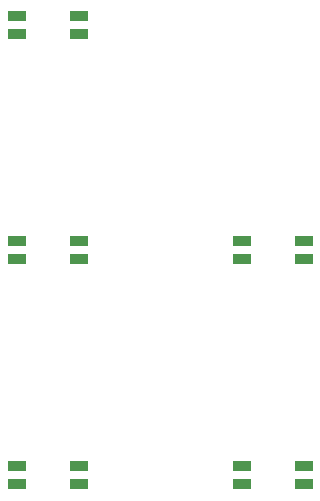
<source format=gbr>
%TF.GenerationSoftware,KiCad,Pcbnew,9.0.7*%
%TF.CreationDate,2026-01-29T22:10:29-06:00*%
%TF.ProjectId,macropad,6d616372-6f70-4616-942e-6b696361645f,rev?*%
%TF.SameCoordinates,Original*%
%TF.FileFunction,Paste,Bot*%
%TF.FilePolarity,Positive*%
%FSLAX46Y46*%
G04 Gerber Fmt 4.6, Leading zero omitted, Abs format (unit mm)*
G04 Created by KiCad (PCBNEW 9.0.7) date 2026-01-29 22:10:29*
%MOMM*%
%LPD*%
G01*
G04 APERTURE LIST*
G04 Aperture macros list*
%AMRoundRect*
0 Rectangle with rounded corners*
0 $1 Rounding radius*
0 $2 $3 $4 $5 $6 $7 $8 $9 X,Y pos of 4 corners*
0 Add a 4 corners polygon primitive as box body*
4,1,4,$2,$3,$4,$5,$6,$7,$8,$9,$2,$3,0*
0 Add four circle primitives for the rounded corners*
1,1,$1+$1,$2,$3*
1,1,$1+$1,$4,$5*
1,1,$1+$1,$6,$7*
1,1,$1+$1,$8,$9*
0 Add four rect primitives between the rounded corners*
20,1,$1+$1,$2,$3,$4,$5,0*
20,1,$1+$1,$4,$5,$6,$7,0*
20,1,$1+$1,$6,$7,$8,$9,0*
20,1,$1+$1,$8,$9,$2,$3,0*%
G04 Aperture macros list end*
%ADD10RoundRect,0.082000X-0.718000X0.328000X-0.718000X-0.328000X0.718000X-0.328000X0.718000X0.328000X0*%
G04 APERTURE END LIST*
D10*
%TO.C,D4*%
X135512501Y-146289358D03*
X135512501Y-147789358D03*
X140712501Y-147789358D03*
X140712501Y-146289358D03*
%TD*%
%TO.C,D5*%
X154562501Y-146289358D03*
X154562501Y-147789358D03*
X159762501Y-147789358D03*
X159762501Y-146289358D03*
%TD*%
%TO.C,D2*%
X135512501Y-127239358D03*
X135512501Y-128739358D03*
X140712501Y-128739358D03*
X140712501Y-127239358D03*
%TD*%
%TO.C,D1*%
X135512501Y-108189358D03*
X135512501Y-109689358D03*
X140712501Y-109689358D03*
X140712501Y-108189358D03*
%TD*%
%TO.C,D3*%
X154562501Y-127239358D03*
X154562501Y-128739358D03*
X159762501Y-128739358D03*
X159762501Y-127239358D03*
%TD*%
M02*

</source>
